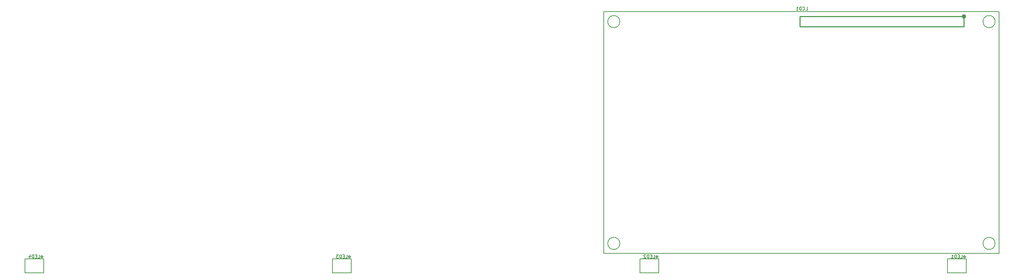
<source format=gbo>
G04 #@! TF.FileFunction,Legend,Bot*
%FSLAX46Y46*%
G04 Gerber Fmt 4.6, Leading zero omitted, Abs format (unit mm)*
G04 Created by KiCad (PCBNEW (2014-jul-16 BZR unknown)-product) date Qua 17 Dez 2014 17:24:30 BRST*
%MOMM*%
G01*
G04 APERTURE LIST*
%ADD10C,0.152400*%
%ADD11C,0.200000*%
%ADD12C,0.508000*%
%ADD13C,0.254000*%
G04 APERTURE END LIST*
D10*
D11*
X241040000Y-61028000D02*
G75*
G03X241040000Y-61028000I-1500000J0D01*
G01*
X148040000Y-61028000D02*
G75*
G03X148040000Y-61028000I-1500000J0D01*
G01*
X148040000Y-6028000D02*
G75*
G03X148040000Y-6028000I-1500000J0D01*
G01*
X241043330Y-6028000D02*
G75*
G03X241043330Y-6028000I-1503330J0D01*
G01*
D12*
X233593981Y-4758000D02*
G75*
G03X233593981Y-4758000I-283981J0D01*
G01*
D13*
X233310000Y-4758000D02*
X192670000Y-4758000D01*
X192670000Y-4758000D02*
X192670000Y-7298000D01*
X192670000Y-7298000D02*
X233310000Y-7298000D01*
X233310000Y-7298000D02*
X233310000Y-4758000D01*
D11*
X242040000Y-3528000D02*
X144040000Y-3528000D01*
X144040000Y-3528000D02*
X144040000Y-63528000D01*
X144040000Y-63528000D02*
X242040000Y-63528000D01*
X242040000Y-63528000D02*
X242040000Y-3528000D01*
X229188780Y-68348000D02*
X229188780Y-64848000D01*
X233888780Y-68348000D02*
X229188780Y-68348000D01*
X233888780Y-68348000D02*
X233888780Y-64848000D01*
X229188780Y-64848000D02*
X233888780Y-64848000D01*
D13*
X233428780Y-64124390D02*
G75*
G02X233428780Y-64124390I0J-223610D01*
G01*
D11*
X152988780Y-68348000D02*
X152988780Y-64848000D01*
X157688780Y-68348000D02*
X152988780Y-68348000D01*
X157688780Y-68348000D02*
X157688780Y-64848000D01*
X152988780Y-64848000D02*
X157688780Y-64848000D01*
D13*
X157228780Y-64124390D02*
G75*
G02X157228780Y-64124390I0J-223610D01*
G01*
D11*
X76788780Y-68348000D02*
X76788780Y-64848000D01*
X81488780Y-68348000D02*
X76788780Y-68348000D01*
X81488780Y-68348000D02*
X81488780Y-64848000D01*
X76788780Y-64848000D02*
X81488780Y-64848000D01*
D13*
X81028780Y-64124390D02*
G75*
G02X81028780Y-64124390I0J-223610D01*
G01*
D11*
X588780Y-68348000D02*
X588780Y-64848000D01*
X5288780Y-68348000D02*
X588780Y-68348000D01*
X5288780Y-68348000D02*
X5288780Y-64848000D01*
X588780Y-64848000D02*
X5288780Y-64848000D01*
D13*
X4828780Y-64124390D02*
G75*
G02X4828780Y-64124390I0J-223610D01*
G01*
D10*
X194088267Y-3195695D02*
X194475314Y-3195695D01*
X194475314Y-2382895D01*
X193352876Y-3118286D02*
X193391581Y-3156990D01*
X193507695Y-3195695D01*
X193585105Y-3195695D01*
X193701219Y-3156990D01*
X193778628Y-3079581D01*
X193817333Y-3002171D01*
X193856038Y-2847352D01*
X193856038Y-2731238D01*
X193817333Y-2576419D01*
X193778628Y-2499010D01*
X193701219Y-2421600D01*
X193585105Y-2382895D01*
X193507695Y-2382895D01*
X193391581Y-2421600D01*
X193352876Y-2460305D01*
X193004533Y-3195695D02*
X193004533Y-2382895D01*
X192811009Y-2382895D01*
X192694895Y-2421600D01*
X192617486Y-2499010D01*
X192578781Y-2576419D01*
X192540076Y-2731238D01*
X192540076Y-2847352D01*
X192578781Y-3002171D01*
X192617486Y-3079581D01*
X192694895Y-3156990D01*
X192811009Y-3195695D01*
X193004533Y-3195695D01*
X191765981Y-3195695D02*
X192230438Y-3195695D01*
X191998209Y-3195695D02*
X191998209Y-2382895D01*
X192075619Y-2499010D01*
X192153028Y-2576419D01*
X192230438Y-2615124D01*
X232443262Y-64667795D02*
X232830309Y-64667795D01*
X232830309Y-63854995D01*
X232172328Y-64242043D02*
X231901395Y-64242043D01*
X231785281Y-64667795D02*
X232172328Y-64667795D01*
X232172328Y-63854995D01*
X231785281Y-63854995D01*
X231436938Y-64667795D02*
X231436938Y-63854995D01*
X231243414Y-63854995D01*
X231127300Y-63893700D01*
X231049891Y-63971110D01*
X231011186Y-64048519D01*
X230972481Y-64203338D01*
X230972481Y-64319452D01*
X231011186Y-64474271D01*
X231049891Y-64551681D01*
X231127300Y-64629090D01*
X231243414Y-64667795D01*
X231436938Y-64667795D01*
X230198386Y-64667795D02*
X230662843Y-64667795D01*
X230430614Y-64667795D02*
X230430614Y-63854995D01*
X230508024Y-63971110D01*
X230585433Y-64048519D01*
X230662843Y-64087224D01*
X156243262Y-64642395D02*
X156630309Y-64642395D01*
X156630309Y-63829595D01*
X155972328Y-64216643D02*
X155701395Y-64216643D01*
X155585281Y-64642395D02*
X155972328Y-64642395D01*
X155972328Y-63829595D01*
X155585281Y-63829595D01*
X155236938Y-64642395D02*
X155236938Y-63829595D01*
X155043414Y-63829595D01*
X154927300Y-63868300D01*
X154849891Y-63945710D01*
X154811186Y-64023119D01*
X154772481Y-64177938D01*
X154772481Y-64294052D01*
X154811186Y-64448871D01*
X154849891Y-64526281D01*
X154927300Y-64603690D01*
X155043414Y-64642395D01*
X155236938Y-64642395D01*
X154462843Y-63907005D02*
X154424138Y-63868300D01*
X154346729Y-63829595D01*
X154153205Y-63829595D01*
X154075795Y-63868300D01*
X154037091Y-63907005D01*
X153998386Y-63984414D01*
X153998386Y-64061824D01*
X154037091Y-64177938D01*
X154501548Y-64642395D01*
X153998386Y-64642395D01*
X80055962Y-64655095D02*
X80443009Y-64655095D01*
X80443009Y-63842295D01*
X79785028Y-64229343D02*
X79514095Y-64229343D01*
X79397981Y-64655095D02*
X79785028Y-64655095D01*
X79785028Y-63842295D01*
X79397981Y-63842295D01*
X79049638Y-64655095D02*
X79049638Y-63842295D01*
X78856114Y-63842295D01*
X78740000Y-63881000D01*
X78662591Y-63958410D01*
X78623886Y-64035819D01*
X78585181Y-64190638D01*
X78585181Y-64306752D01*
X78623886Y-64461571D01*
X78662591Y-64538981D01*
X78740000Y-64616390D01*
X78856114Y-64655095D01*
X79049638Y-64655095D01*
X78314248Y-63842295D02*
X77811086Y-63842295D01*
X78082019Y-64151933D01*
X77965905Y-64151933D01*
X77888495Y-64190638D01*
X77849791Y-64229343D01*
X77811086Y-64306752D01*
X77811086Y-64500276D01*
X77849791Y-64577686D01*
X77888495Y-64616390D01*
X77965905Y-64655095D01*
X78198133Y-64655095D01*
X78275543Y-64616390D01*
X78314248Y-64577686D01*
X3855962Y-64642395D02*
X4243009Y-64642395D01*
X4243009Y-63829595D01*
X3585028Y-64216643D02*
X3314095Y-64216643D01*
X3197981Y-64642395D02*
X3585028Y-64642395D01*
X3585028Y-63829595D01*
X3197981Y-63829595D01*
X2849638Y-64642395D02*
X2849638Y-63829595D01*
X2656114Y-63829595D01*
X2540000Y-63868300D01*
X2462591Y-63945710D01*
X2423886Y-64023119D01*
X2385181Y-64177938D01*
X2385181Y-64294052D01*
X2423886Y-64448871D01*
X2462591Y-64526281D01*
X2540000Y-64603690D01*
X2656114Y-64642395D01*
X2849638Y-64642395D01*
X1688495Y-64100529D02*
X1688495Y-64642395D01*
X1882019Y-63790890D02*
X2075543Y-64371462D01*
X1572381Y-64371462D01*
M02*

</source>
